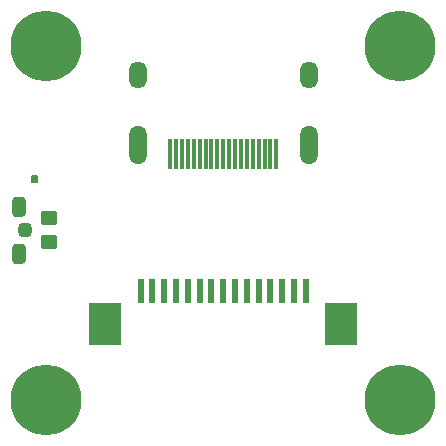
<source format=gbr>
%TF.GenerationSoftware,KiCad,Pcbnew,7.0.7*%
%TF.CreationDate,2023-11-23T16:05:48-08:00*%
%TF.ProjectId,MIPI2HDMI,4d495049-3248-4444-9d49-2e6b69636164,R1*%
%TF.SameCoordinates,Original*%
%TF.FileFunction,Soldermask,Top*%
%TF.FilePolarity,Negative*%
%FSLAX46Y46*%
G04 Gerber Fmt 4.6, Leading zero omitted, Abs format (unit mm)*
G04 Created by KiCad (PCBNEW 7.0.7) date 2023-11-23 16:05:48*
%MOMM*%
%LPD*%
G01*
G04 APERTURE LIST*
G04 Aperture macros list*
%AMRoundRect*
0 Rectangle with rounded corners*
0 $1 Rounding radius*
0 $2 $3 $4 $5 $6 $7 $8 $9 X,Y pos of 4 corners*
0 Add a 4 corners polygon primitive as box body*
4,1,4,$2,$3,$4,$5,$6,$7,$8,$9,$2,$3,0*
0 Add four circle primitives for the rounded corners*
1,1,$1+$1,$2,$3*
1,1,$1+$1,$4,$5*
1,1,$1+$1,$6,$7*
1,1,$1+$1,$8,$9*
0 Add four rect primitives between the rounded corners*
20,1,$1+$1,$2,$3,$4,$5,0*
20,1,$1+$1,$4,$5,$6,$7,0*
20,1,$1+$1,$6,$7,$8,$9,0*
20,1,$1+$1,$8,$9,$2,$3,0*%
G04 Aperture macros list end*
%ADD10C,0.150000*%
%ADD11R,0.300000X2.600000*%
%ADD12O,1.500000X3.300000*%
%ADD13O,1.500000X2.300000*%
%ADD14RoundRect,0.250000X-0.450000X0.350000X-0.450000X-0.350000X0.450000X-0.350000X0.450000X0.350000X0*%
%ADD15R,0.610000X2.000000*%
%ADD16R,2.680000X3.600000*%
%ADD17C,6.000000*%
%ADD18RoundRect,0.327000X-0.225000X0.275000X-0.225000X-0.275000X0.225000X-0.275000X0.225000X0.275000X0*%
%ADD19RoundRect,0.352000X-0.250000X0.500000X-0.250000X-0.500000X0.250000X-0.500000X0.250000X0.500000X0*%
G04 APERTURE END LIST*
D10*
X97595000Y-82240000D02*
X98005000Y-82240000D01*
X98005000Y-82720000D01*
X97595000Y-82720000D01*
X97595000Y-82240000D01*
G36*
X97595000Y-82240000D02*
G01*
X98005000Y-82240000D01*
X98005000Y-82720000D01*
X97595000Y-82720000D01*
X97595000Y-82240000D01*
G37*
D11*
%TO.C,J1*%
X109300000Y-80390000D03*
X109800000Y-80390000D03*
X110300000Y-80390000D03*
X110800000Y-80390000D03*
X111300000Y-80390000D03*
X111800000Y-80390000D03*
X112300000Y-80390000D03*
X112800000Y-80390000D03*
X113300000Y-80390000D03*
X113800000Y-80390000D03*
X114300000Y-80390000D03*
X114800000Y-80390000D03*
X115300000Y-80390000D03*
X115800000Y-80390000D03*
X116300000Y-80390000D03*
X116800000Y-80390000D03*
X117300000Y-80390000D03*
X117800000Y-80390000D03*
X118300000Y-80390000D03*
D12*
X106550000Y-79630000D03*
X121050000Y-79630000D03*
D13*
X106550000Y-73670000D03*
X121050000Y-73670000D03*
%TD*%
D14*
%TO.C,R2*%
X99040000Y-85830000D03*
X99040000Y-87830000D03*
%TD*%
D15*
%TO.C,J2*%
X120800000Y-92000000D03*
X119800000Y-92000000D03*
X118800000Y-92000000D03*
X117800000Y-92000000D03*
X116800000Y-92000000D03*
X115800000Y-92000000D03*
X114800000Y-92000000D03*
X113800000Y-92000000D03*
X112800000Y-92000000D03*
X111800000Y-92000000D03*
X110800000Y-92000000D03*
X109800000Y-92000000D03*
X108800000Y-92000000D03*
X107800000Y-92000000D03*
X106800000Y-92000000D03*
D16*
X103810000Y-94800000D03*
X123790000Y-94800000D03*
%TD*%
D17*
%TO.C,H1*%
X128800000Y-71200000D03*
%TD*%
%TO.C,H3*%
X128800000Y-101200000D03*
%TD*%
%TO.C,H4*%
X98800000Y-101200000D03*
%TD*%
%TO.C,H2*%
X98800000Y-71200000D03*
%TD*%
D18*
%TO.C,D2*%
X97040000Y-86830000D03*
D19*
X96490000Y-88830000D03*
X96490000Y-84830000D03*
%TD*%
M02*

</source>
